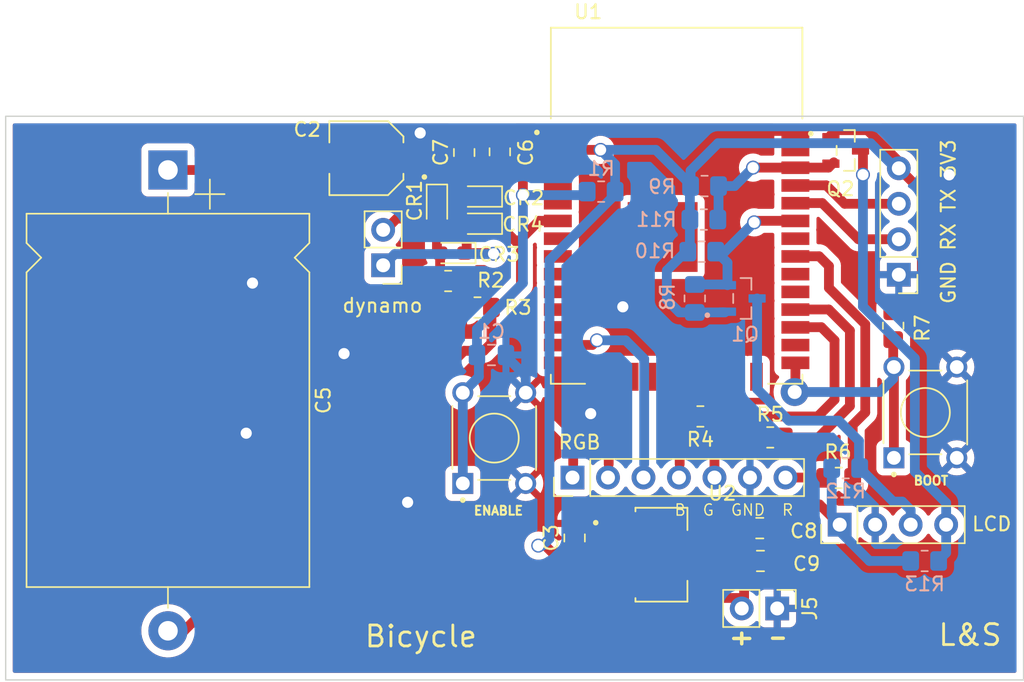
<source format=kicad_pcb>
(kicad_pcb (version 20211014) (generator pcbnew)
  (layers (0 "F.Cu" signal) (31 "B.Cu" signal) (34 "B.Paste" user) (35 "F.Paste" user) (36 "B.SilkS" user "B.Silkscreen") (37 "F.SilkS" user "F.Silkscreen") (38 "B.Mask" user) (39 "F.Mask" user) (44 "Edge.Cuts" user))
  (net 0 "")
  (net 1 "GND")
  (net 2 "Net-(C1-Pad2)")
  (net 3 "Net-(C5-Pad1)")
  (net 4 "Net-(C5-Pad2)")
  (net 5 "Net-(CR1-Pad1)")
  (net 6 "Net-(CR3-Pad1)")
  (net 7 "Net-(J1-Pad2)")
  (net 8 "Net-(J1-Pad3)")
  (net 9 "Net-(J3-Pad3)")
  (net 10 "Net-(J3-Pad4)")
  (net 11 "Net-(Q1-Pad2)")
  (net 33 "+3V3")
  (net 34 "Net-(R7-Pad2)")
  (net 35 "Net-(R4-Pad1)")
  (net 36 "Net-(R5-Pad1)")
  (net 37 "Net-(R6-Pad1)")
  (net 38 "Net-(Q2-Pad2)")
  (net 39 "Net-(C8-Pad2)")
  (net 40 "Net-(U1-Pad14)")
  (net 41 "Net-(U1-Pad16)")
  (net 42 "Net-(U1-Pad13)")
  (net 43 "Net-(R4-Pad2)")
  (net 44 "Net-(R5-Pad2)")
  (net 45 "Net-(R6-Pad2)")
  (footprint "Diode_SMD:D_0603_1608Metric_Pad1.05x0.95mm_HandSolder" (layer "F.Cu") (at 159.059 35.6808 -90)
    (fp_text reference "CR1" (at -0.5 1.6 90) (layer "F.SilkS"))
    (fp_text value "1N4148W-TP")
    (pad "1" smd roundrect (at -0.875 0 270) (size 1.05 0.95) (layers "F.Cu" "F.Paste" "F.Mask") (net 5 "Net-(CR1-Pad1)"))
    (pad "2" smd roundrect (at 0.875 0 270) (size 1.05 0.95) (layers "F.Cu" "F.Paste" "F.Mask") (net 3 "Net-(C5-Pad1)"))
  )
  (footprint "footprints:MODULE_ESP32-WROOM-32(8MB)" (layer "F.Cu") (at 176.209 35.5408)
    (fp_text reference "U1" (at -6.325 -13.885) (layer "F.SilkS"))
    (fp_text value "ESP32-WROOM-32E_(16MB)")
    (pad "1" smd rect locked (at -8.5 -5.26) (size 2 0.9) (layers "F.Cu" "F.Paste" "F.Mask") (net 1 "GND"))
    (pad "2" smd rect locked (at -8.5 -3.99) (size 2 0.9) (layers "F.Cu" "F.Paste" "F.Mask") (net 33 "+3V3"))
    (pad "3" smd rect locked (at -8.5 -2.72) (size 2 0.9) (layers "F.Cu" "F.Paste" "F.Mask") (net 2 "Net-(C1-Pad2)"))
    (pad "4" smd rect locked (at -8.5 -1.45) (size 2 0.9) (layers "F.Cu" "F.Paste" "F.Mask"))
    (pad "5" smd rect locked (at -8.5 -0.18) (size 2 0.9) (layers "F.Cu" "F.Paste" "F.Mask"))
    (pad "6" smd rect locked (at -8.5 1.09) (size 2 0.9) (layers "F.Cu" "F.Paste" "F.Mask") (net 4 "Net-(C5-Pad2)"))
    (pad "7" smd rect locked (at -8.5 2.36) (size 2 0.9) (layers "F.Cu" "F.Paste" "F.Mask"))
    (pad "8" smd rect locked (at -8.5 3.63) (size 2 0.9) (layers "F.Cu" "F.Paste" "F.Mask"))
    (pad "9" smd rect locked (at -8.5 4.9) (size 2 0.9) (layers "F.Cu" "F.Paste" "F.Mask"))
    (pad "10" smd rect locked (at -8.5 6.17) (size 2 0.9) (layers "F.Cu" "F.Paste" "F.Mask"))
    (pad "11" smd rect locked (at -8.5 7.44) (size 2 0.9) (layers "F.Cu" "F.Paste" "F.Mask"))
    (pad "12" smd rect locked (at -8.5 8.71) (size 2 0.9) (layers "F.Cu" "F.Paste" "F.Mask"))
    (pad "13" smd rect locked (at -8.5 9.98) (size 2 0.9) (layers "F.Cu" "F.Paste" "F.Mask") (net 42 "Net-(U1-Pad13)"))
    (pad "14" smd rect locked (at -8.5 11.25) (size 2 0.9) (layers "F.Cu" "F.Paste" "F.Mask") (net 40 "Net-(U1-Pad14)"))
    (pad "15" smd rect locked (at -5.715 12.25) (size 0.9 2) (layers "F.Cu" "F.Paste" "F.Mask") (net 1 "GND"))
    (pad "16" smd rect locked (at -4.445 12.25) (size 0.9 2) (layers "F.Cu" "F.Paste" "F.Mask") (net 41 "Net-(U1-Pad16)"))
    (pad "17" smd rect locked (at -3.175 12.25) (size 0.9 2) (layers "F.Cu" "F.Paste" "F.Mask"))
    (pad "18" smd rect locked (at -1.905 12.25) (size 0.9 2) (layers "F.Cu" "F.Paste" "F.Mask"))
    (pad "19" smd rect locked (at -0.635 12.25) (size 0.9 2) (layers "F.Cu" "F.Paste" "F.Mask"))
    (pad "20" smd rect locked (at 0.635 12.25) (size 0.9 2) (layers "F.Cu" "F.Paste" "F.Mask"))
    (pad "21" smd rect locked (at 1.905 12.25) (size 0.9 2) (layers "F.Cu" "F.Paste" "F.Mask"))
    (pad "22" smd rect locked (at 3.175 12.25) (size 0.9 2) (layers "F.Cu" "F.Paste" "F.Mask"))
    (pad "23" smd rect locked (at 4.445 12.25) (size 0.9 2) (layers "F.Cu" "F.Paste" "F.Mask"))
    (pad "24" smd rect locked (at 5.715 12.25) (size 0.9 2) (layers "F.Cu" "F.Paste" "F.Mask"))
    (pad "25" smd rect locked (at 8.5 11.25) (size 2 0.9) (layers "F.Cu" "F.Paste" "F.Mask") (net 34 "Net-(R7-Pad2)"))
    (pad "26" smd rect locked (at 8.5 9.98) (size 2 0.9) (layers "F.Cu" "F.Paste" "F.Mask"))
    (pad "27" smd rect locked (at 8.5 8.71) (size 2 0.9) (layers "F.Cu" "F.Paste" "F.Mask") (net 35 "Net-(R4-Pad1)"))
    (pad "28" smd rect locked (at 8.5 7.44) (size 2 0.9) (layers "F.Cu" "F.Paste" "F.Mask") (net 36 "Net-(R5-Pad1)"))
    (pad "29" smd rect locked (at 8.5 6.17) (size 2 0.9) (layers "F.Cu" "F.Paste" "F.Mask"))
    (pad "30" smd rect locked (at 8.5 4.9) (size 2 0.9) (layers "F.Cu" "F.Paste" "F.Mask"))
    (pad "31" smd rect locked (at 8.5 3.63) (size 2 0.9) (layers "F.Cu" "F.Paste" "F.Mask") (net 37 "Net-(R6-Pad1)"))
    (pad "32" smd rect locked (at 8.5 2.36) (size 2 0.9) (layers "F.Cu" "F.Paste" "F.Mask"))
    (pad "33" smd rect locked (at 8.5 1.09) (size 2 0.9) (layers "F.Cu" "F.Paste" "F.Mask") (net 11 "Net-(Q1-Pad2)"))
    (pad "34" smd rect locked (at 8.5 -0.18) (size 2 0.9) (layers "F.Cu" "F.Paste" "F.Mask") (net 7 "Net-(J1-Pad2)"))
    (pad "35" smd rect locked (at 8.5 -1.45) (size 2 0.9) (layers "F.Cu" "F.Paste" "F.Mask") (net 8 "Net-(J1-Pad3)"))
    (pad "36" smd rect locked (at 8.5 -2.72) (size 2 0.9) (layers "F.Cu" "F.Paste" "F.Mask") (net 38 "Net-(Q2-Pad2)"))
    (pad "37" smd rect locked (at 8.5 -3.99) (size 2 0.9) (layers "F.Cu" "F.Paste" "F.Mask"))
    (pad "38" smd rect locked (at 8.5 -5.26) (size 2 0.9) (layers "F.Cu" "F.Paste" "F.Mask") (net 1 "GND"))
    (pad "39" smd rect locked (at -1 2.24) (size 5 5) (layers "F.Cu" "F.Mask"))
    (zone (net 0) (net_name "") (layer "F.Cu") (connect_pads (clearance 0)) (min_thickness 0.01)
      (keepout (tracks not_allowed) (vias not_allowed) (pads not_allowed) (copperpour not_allowed) (footprints allowed))
      (fill (thermal_gap 0.508) (thermal_bridge_width 0.508))
      (polygon (pts (xy 167.209 22.7908) (xy 185.209 22.7908) (xy 185.209 29.0908) (xy 167.209 29.0908)))
    )
  )
  (footprint "2N7002:SOT95P240X111-3N" (layer "F.Cu") (at 188.309 31.5808)
    (fp_text reference "Q2" (at -0.375 2.75) (layer "F.SilkS"))
    (fp_text value "2N7002")
    (pad "1" smd roundrect locked (at -1.06 -0.95) (size 1.23 0.6) (layers "F.Cu" "F.Paste" "F.Mask") (roundrect_rratio 0.07) (net 33 "+3V3"))
    (pad "2" smd roundrect locked (at -1.06 0.95) (size 1.23 0.6) (layers "F.Cu" "F.Paste" "F.Mask") (roundrect_rratio 0.07) (net 38 "Net-(Q2-Pad2)"))
    (pad "3" smd roundrect locked (at 1.06 0) (size 1.23 0.6) (layers "F.Cu" "F.Paste" "F.Mask") (roundrect_rratio 0.07) (net 10 "Net-(J3-Pad4)"))
  )
  (footprint "Connector_PinHeader_2.54mm:PinHeader_1x04_P2.54mm_Vertical" (layer "F.Cu") (at 187.879 58.3808 90)
    (fp_text reference "LCD" (at 0.05 10.88 180) (layer "F.SilkS"))
    (fp_text value "282837-4")
    (pad "1" thru_hole rect (at 0 0 90) (size 1.7 1.7) (drill 1) (layers *.Cu *.Mask) (net 39 "Net-(C8-Pad2)"))
    (pad "2" thru_hole oval (at 0 2.54 90) (size 1.7 1.7) (drill 1) (layers *.Cu *.Mask) (net 1 "GND"))
    (pad "3" thru_hole oval (at 0 5.08 90) (size 1.7 1.7) (drill 1) (layers *.Cu *.Mask) (net 9 "Net-(J3-Pad3)"))
    (pad "4" thru_hole oval (at 0 7.62 90) (size 1.7 1.7) (drill 1) (layers *.Cu *.Mask) (net 10 "Net-(J3-Pad4)"))
  )
  (footprint "Capacitor_THT:CP_Axial_L26.5mm_D20.0mm_P33.00mm_Horizontal" (layer "F.Cu") (at 139.809 32.9808 -90)
    (fp_text reference "C5" (at 16.5 -11.12 90) (layer "F.SilkS"))
    (fp_text value "1000µ")
    (pad "1" thru_hole rect (at 0 0 270) (size 2.8 2.8) (drill 1.4) (layers *.Cu *.Mask) (net 3 "Net-(C5-Pad1)"))
    (pad "2" thru_hole oval (at 33 0 270) (size 2.8 2.8) (drill 1.4) (layers *.Cu *.Mask) (net 4 "Net-(C5-Pad2)"))
  )
  (footprint "libraries:SOT229P700X180-4N" (layer "F.Cu") (at 175.123 60.5308)
    (fp_text reference "U2" (at 4.36161 -4.39024) (layer "F.SilkS") (effects (font (size 1.001528 1.001528))))
    (fp_text value "AMS1117")
    (pad "1" smd roundrect locked (at -3.345 -2.29 270) (size 0.93 1.31) (layers "F.Cu" "F.Paste" "F.Mask") (roundrect_rratio 0.1) (net 1 "GND"))
    (pad "2" smd roundrect locked (at -3.345 0 270) (size 0.93 1.31) (layers "F.Cu" "F.Paste" "F.Mask") (roundrect_rratio 0.1) (net 33 "+3V3"))
    (pad "3" smd roundrect locked (at -3.345 2.29 270) (size 0.93 1.31) (layers "F.Cu" "F.Paste" "F.Mask") (roundrect_rratio 0.1) (net 39 "Net-(C8-Pad2)"))
    (pad "4" smd roundrect locked (at 3.345 0 270) (size 3.24 1.31) (layers "F.Cu" "F.Paste" "F.Mask") (roundrect_rratio 0.1) (net 33 "+3V3"))
  )
  (footprint "Resistor_SMD:R_0805_2012Metric_Pad1.20x1.40mm_HandSolder" (layer "F.Cu") (at 187.809 55.0308 180)
    (fp_text reference "R6" (at 0.05 1.85) (layer "F.SilkS"))
    (fp_text value "82")
    (pad "1" smd roundrect (at -1 0 180) (size 1.2 1.4) (layers "F.Cu" "F.Paste" "F.Mask") (roundrect_rratio 0.2083333333) (net 37 "Net-(R6-Pad1)"))
    (pad "2" smd roundrect (at 1 0 180) (size 1.2 1.4) (layers "F.Cu" "F.Paste" "F.Mask") (roundrect_rratio 0.2083333333) (net 45 "Net-(R6-Pad2)"))
  )
  (footprint "Capacitor_SMD:C_0805_2012Metric_Pad1.18x1.45mm_HandSolder" (layer "F.Cu") (at 182.209 60.9808)
    (fp_text reference "C9" (at 3.3 0.2) (layer "F.SilkS"))
    (fp_text value "4.7u")
    (pad "1" smd roundrect (at -1.0375 0) (size 1.175 1.45) (layers "F.Cu" "F.Paste" "F.Mask") (roundrect_rratio 0.2127659574) (net 39 "Net-(C8-Pad2)"))
    (pad "2" smd roundrect (at 1.0375 0) (size 1.175 1.45) (layers "F.Cu" "F.Paste" "F.Mask") (roundrect_rratio 0.2127659574) (net 1 "GND"))
  )
  (footprint "libraries:CAP_EEE0JA101WR" (layer "F.Cu") (at 154.009 32.1308 180)
    (fp_text reference "C2" (at 4.2375 2.05) (layer "F.SilkS"))
    (fp_text value "220u")
    (pad "1" smd rect locked (at -2.15 0 180) (size 2.8 1.6) (layers "F.Cu" "F.Paste" "F.Mask") (net 33 "+3V3"))
    (pad "2" smd rect locked (at 2.15 0 180) (size 2.8 1.6) (layers "F.Cu" "F.Paste" "F.Mask") (net 1 "GND"))
  )
  (footprint "Connector_PinHeader_2.54mm:PinHeader_1x02_P2.54mm_Vertical" (layer "F.Cu") (at 155.209 39.8058 180)
    (fp_text reference "J4")
    (fp_text value "282841-2")
    (pad "1" thru_hole rect (at 0 0 180) (size 1.7 1.7) (drill 1) (layers *.Cu *.Mask) (net 6 "Net-(CR3-Pad1)"))
    (pad "2" thru_hole oval (at 0 2.54 180) (size 1.7 1.7) (drill 1) (layers *.Cu *.Mask) (net 5 "Net-(CR1-Pad1)"))
  )
  (footprint "Diode_SMD:D_0603_1608Metric_Pad1.05x0.95mm_HandSolder" (layer "F.Cu") (at 162.059 36.8308 180)
    (fp_text reference "CR4" (at -3.15 -0.05) (layer "F.SilkS"))
    (fp_text value "1N4148W-TP")
    (pad "1" smd roundrect (at -0.875 0 180) (size 1.05 0.95) (layers "F.Cu" "F.Paste" "F.Mask") (net 4 "Net-(C5-Pad2)"))
    (pad "2" smd roundrect (at 0.875 0 180) (size 1.05 0.95) (layers "F.Cu" "F.Paste" "F.Mask") (net 6 "Net-(CR3-Pad1)"))
  )
  (footprint "Capacitor_SMD:C_0805_2012Metric_Pad1.18x1.45mm_HandSolder" (layer "F.Cu") (at 168.909 59.3308 90)
    (fp_text reference "C3" (at 0 -1.68 90) (layer "F.SilkS"))
    (fp_text value "22u")
    (pad "1" smd roundrect (at -1.0375 0 90) (size 1.175 1.45) (layers "F.Cu" "F.Paste" "F.Mask") (roundrect_rratio 0.2127659574) (net 33 "+3V3"))
    (pad "2" smd roundrect (at 1.0375 0 90) (size 1.175 1.45) (layers "F.Cu" "F.Paste" "F.Mask") (roundrect_rratio 0.2127659574) (net 1 "GND"))
  )
  (footprint "Connector_PinHeader_2.54mm:PinHeader_1x02_P2.54mm_Vertical" (layer "F.Cu") (at 183.409 64.3808 -90)
    (fp_text reference "J5" (at 0 -2.33 90) (layer "F.SilkS"))
    (fp_text value "282841-2")
    (pad "1" thru_hole rect (at 0 0 270) (size 1.7 1.7) (drill 1) (layers *.Cu *.Mask) (net 1 "GND"))
    (pad "2" thru_hole oval (at 0 2.54 270) (size 1.7 1.7) (drill 1) (layers *.Cu *.Mask) (net 39 "Net-(C8-Pad2)"))
  )
  (footprint "Capacitor_SMD:C_0805_2012Metric_Pad1.18x1.45mm_HandSolder" (layer "F.Cu") (at 161.009 31.7308 90)
    (fp_text reference "C7" (at 0 -1.68 90) (layer "F.SilkS"))
    (fp_text value "4.7u")
    (pad "1" smd roundrect (at -1.0375 0 90) (size 1.175 1.45) (layers "F.Cu" "F.Paste" "F.Mask") (roundrect_rratio 0.2127659574) (net 33 "+3V3"))
    (pad "2" smd roundrect (at 1.0375 0 90) (size 1.175 1.45) (layers "F.Cu" "F.Paste" "F.Mask") (roundrect_rratio 0.2127659574) (net 1 "GND"))
  )
  (footprint "Capacitor_SMD:C_0805_2012Metric_Pad1.18x1.45mm_HandSolder" (layer "F.Cu") (at 182.159 58.6308 180)
    (fp_text reference "C8" (at -3.15 -0.2) (layer "F.SilkS"))
    (fp_text value "0.1u")
    (pad "1" smd roundrect (at -1.0375 0 180) (size 1.175 1.45) (layers "F.Cu" "F.Paste" "F.Mask") (roundrect_rratio 0.2127659574) (net 1 "GND"))
    (pad "2" smd roundrect (at 1.0375 0 180) (size 1.175 1.45) (layers "F.Cu" "F.Paste" "F.Mask") (roundrect_rratio 0.2127659574) (net 39 "Net-(C8-Pad2)"))
  )
  (footprint "Resistor_SMD:R_0805_2012Metric_Pad1.20x1.40mm_HandSolder" (layer "F.Cu") (at 191.709 44.1308 -90)
    (fp_text reference "R7" (at 0.1778 -2.0818 90) (layer "F.SilkS"))
    (fp_text value "10k")
    (pad "1" smd roundrect (at -1 0 270) (size 1.2 1.4) (layers "F.Cu" "F.Paste" "F.Mask") (roundrect_rratio 0.2083333333) (net 33 "+3V3"))
    (pad "2" smd roundrect (at 1 0 270) (size 1.2 1.4) (layers "F.Cu" "F.Paste" "F.Mask") (roundrect_rratio 0.2083333333) (net 34 "Net-(R7-Pad2)"))
  )
  (footprint "Resistor_SMD:R_0805_2012Metric_Pad1.20x1.40mm_HandSolder" (layer "F.Cu") (at 182.909 52.1308 180)
    (fp_text reference "R5" (at 0 1.65) (layer "F.SilkS"))
    (fp_text value "82")
    (pad "1" smd roundrect (at -1 0 180) (size 1.2 1.4) (layers "F.Cu" "F.Paste" "F.Mask") (roundrect_rratio 0.2083333333) (net 36 "Net-(R5-Pad1)"))
    (pad "2" smd roundrect (at 1 0 180) (size 1.2 1.4) (layers "F.Cu" "F.Paste" "F.Mask") (roundrect_rratio 0.2083333333) (net 44 "Net-(R5-Pad2)"))
  )
  (footprint "Resistor_SMD:R_0805_2012Metric_Pad1.20x1.40mm_HandSolder" (layer "F.Cu") (at 161.959 42.8308)
    (fp_text reference "R3" (at 2.9 0) (layer "F.SilkS"))
    (fp_text value "120")
    (pad "1" smd roundrect (at -1 0) (size 1.2 1.4) (layers "F.Cu" "F.Paste" "F.Mask") (roundrect_rratio 0.2083333333) (net 1 "GND"))
    (pad "2" smd roundrect (at 1 0) (size 1.2 1.4) (layers "F.Cu" "F.Paste" "F.Mask") (roundrect_rratio 0.2083333333) (net 4 "Net-(C5-Pad2)"))
  )
  (footprint "Diode_SMD:D_0603_1608Metric_Pad1.05x0.95mm_HandSolder" (layer "F.Cu") (at 160.159 38.9308 180)
    (fp_text reference "CR3" (at -3.35 -0.1) (layer "F.SilkS"))
    (fp_text value "1N4148W-TP")
    (pad "1" smd roundrect (at -0.875 0 180) (size 1.05 0.95) (layers "F.Cu" "F.Paste" "F.Mask") (net 6 "Net-(CR3-Pad1)"))
    (pad "2" smd roundrect (at 0.875 0 180) (size 1.05 0.95) (layers "F.Cu" "F.Paste" "F.Mask") (net 3 "Net-(C5-Pad1)"))
  )
  (footprint "libraries:SW_1825910-6-4" (layer "F.Cu") (at 194.009 50.3458 90)
    (fp_text reference "SW2")
    (fp_text value "BOOT" (at -4.885 0.4) (layer "F.SilkS") (effects (font (size 0.629966 0.629966))))
    (pad "1" thru_hole rect locked (at -3.25 -2.25 90) (size 1.498 1.498) (drill 0.99) (layers *.Cu *.Mask) (net 34 "Net-(R7-Pad2)"))
    (pad "2" thru_hole circle locked (at 3.25 -2.25 90) (size 1.498 1.498) (drill 0.99) (layers *.Cu *.Mask) (net 34 "Net-(R7-Pad2)"))
    (pad "3" thru_hole circle locked (at -3.25 2.25 90) (size 1.498 1.498) (drill 0.99) (layers *.Cu *.Mask) (net 1 "GND"))
    (pad "4" thru_hole circle locked (at 3.25 2.25 90) (size 1.498 1.498) (drill 0.99) (layers *.Cu *.Mask) (net 1 "GND"))
  )
  (footprint "Resistor_SMD:R_0805_2012Metric_Pad1.20x1.40mm_HandSolder" (layer "F.Cu") (at 177.909 50.6308 180)
    (fp_text reference "R4" (at 0 -1.65) (layer "F.SilkS"))
    (fp_text value "82")
    (pad "1" smd roundrect (at -1 0 180) (size 1.2 1.4) (layers "F.Cu" "F.Paste" "F.Mask") (roundrect_rratio 0.2083333333) (net 35 "Net-(R4-Pad1)"))
    (pad "2" smd roundrect (at 1 0 180) (size 1.2 1.4) (layers "F.Cu" "F.Paste" "F.Mask") (roundrect_rratio 0.2083333333) (net 43 "Net-(R4-Pad2)"))
  )
  (footprint "Resistor_SMD:R_0805_2012Metric_Pad1.20x1.40mm_HandSolder" (layer "F.Cu") (at 159.859 40.9308)
    (fp_text reference "R2" (at 3.05 -0.05) (layer "F.SilkS"))
    (fp_text value "560")
    (pad "1" smd roundrect (at -1 0) (size 1.2 1.4) (layers "F.Cu" "F.Paste" "F.Mask") (roundrect_rratio 0.2083333333) (net 3 "Net-(C5-Pad1)"))
    (pad "2" smd roundrect (at 1 0) (size 1.2 1.4) (layers "F.Cu" "F.Paste" "F.Mask") (roundrect_rratio 0.2083333333) (net 1 "GND"))
  )
  (footprint "Diode_SMD:D_0603_1608Metric_Pad1.05x0.95mm_HandSolder" (layer "F.Cu") (at 162.059 34.8808 180)
    (fp_text reference "CR2" (at -3.2 -0.1) (layer "F.SilkS"))
    (fp_text value "1N4148W-TP")
    (pad "1" smd roundrect (at -0.875 0 180) (size 1.05 0.95) (layers "F.Cu" "F.Paste" "F.Mask") (net 4 "Net-(C5-Pad2)"))
    (pad "2" smd roundrect (at 0.875 0 180) (size 1.05 0.95) (layers "F.Cu" "F.Paste" "F.Mask") (net 5 "Net-(CR1-Pad1)"))
  )
  (footprint "Capacitor_SMD:C_0805_2012Metric_Pad1.18x1.45mm_HandSolder" (layer "F.Cu") (at 163.559 31.6808 90)
    (fp_text reference "C6" (at -0.05 1.85 90) (layer "F.SilkS"))
    (fp_text value "0.1u")
    (pad "1" smd roundrect (at -1.0375 0 90) (size 1.175 1.45) (layers "F.Cu" "F.Paste" "F.Mask") (roundrect_rratio 0.2127659574) (net 33 "+3V3"))
    (pad "2" smd roundrect (at 1.0375 0 90) (size 1.175 1.45) (layers "F.Cu" "F.Paste" "F.Mask") (roundrect_rratio 0.2127659574) (net 1 "GND"))
  )
  (footprint "Connector_PinHeader_2.54mm:PinHeader_1x04_P2.54mm_Vertical" (layer "F.Cu") (at 192.109 40.4808 180)
    (fp_text reference "J1")
    (fp_text value "Conn_01x04_Female")
    (pad "1" thru_hole rect (at 0 0 180) (size 1.7 1.7) (drill 1) (layers *.Cu *.Mask) (net 1 "GND"))
    (pad "2" thru_hole oval (at 0 2.54 180) (size 1.7 1.7) (drill 1) (layers *.Cu *.Mask) (net 7 "Net-(J1-Pad2)"))
    (pad "3" thru_hole oval (at 0 5.08 180) (size 1.7 1.7) (drill 1) (layers *.Cu *.Mask) (net 8 "Net-(J1-Pad3)"))
    (pad "4" thru_hole oval (at 0 7.62 180) (size 1.7 1.7) (drill 1) (layers *.Cu *.Mask) (net 33 "+3V3"))
  )
  (footprint "libraries:SW_1825910-6-4" (layer "F.Cu") (at 163.159 52.1808 90)
    (fp_text reference "SW1")
    (fp_text value "ENABLE" (at -5.2 0.3 180) (layer "F.SilkS") (effects (font (size 0.629966 0.629966))))
    (pad "1" thru_hole rect locked (at -3.25 -2.25 90) (size 1.498 1.498) (drill 0.99) (layers *.Cu *.Mask) (net 2 "Net-(C1-Pad2)"))
    (pad "2" thru_hole circle locked (at 3.25 -2.25 90) (size 1.498 1.498) (drill 0.99) (layers *.Cu *.Mask) (net 2 "Net-(C1-Pad2)"))
    (pad "3" thru_hole circle locked (at -3.25 2.25 90) (size 1.498 1.498) (drill 0.99) (layers *.Cu *.Mask) (net 1 "GND"))
    (pad "4" thru_hole circle locked (at 3.25 2.25 90) (size 1.498 1.498) (drill 0.99) (layers *.Cu *.Mask) (net 1 "GND"))
  )
  (footprint "Connector_PinHeader_2.54mm:PinHeader_1x07_P2.54mm_Vertical" (layer "F.Cu") (at 168.759 55.0058 90)
    (fp_text reference "RGB" (at 2.525 0.5 180) (layer "F.SilkS"))
    (fp_text value "Conn_01x07_Male")
    (pad "1" thru_hole rect (at 0 0 90) (size 1.7 1.7) (drill 1) (layers *.Cu *.Mask) (net 40 "Net-(U1-Pad14)"))
    (pad "2" thru_hole oval (at 0 2.54 90) (size 1.7 1.7) (drill 1) (layers *.Cu *.Mask) (net 41 "Net-(U1-Pad16)"))
    (pad "3" thru_hole oval (at 0 5.08 90) (size 1.7 1.7) (drill 1) (layers *.Cu *.Mask) (net 42 "Net-(U1-Pad13)"))
    (pad "4" thru_hole oval (at 0 7.62 90) (size 1.7 1.7) (drill 1) (layers *.Cu *.Mask) (net 43 "Net-(R4-Pad2)"))
    (pad "5" thru_hole oval (at 0 10.16 90) (size 1.7 1.7) (drill 1) (layers *.Cu *.Mask) (net 44 "Net-(R5-Pad2)"))
    (pad "6" thru_hole oval (at 0 12.7 90) (size 1.7 1.7) (drill 1) (layers *.Cu *.Mask) (net 1 "GND"))
    (pad "7" thru_hole oval (at 0 15.24 90) (size 1.7 1.7) (drill 1) (layers *.Cu *.Mask) (net 45 "Net-(R6-Pad2)"))
  )
  (footprint "Resistor_SMD:R_0805_2012Metric_Pad1.20x1.40mm_HandSolder" (layer "B.Cu") (at 177.509 42.1808 90)
    (fp_text reference "R8" (at 0.1 -1.95 90) (layer "B.SilkS") (effects (justify mirror)))
    (fp_text value "10k")
    (pad "1" smd roundrect (at -1 0 90) (size 1.2 1.4) (layers "B.Cu" "B.Paste" "B.Mask") (roundrect_rratio 0.2083333333) (net 33 "+3V3"))
    (pad "2" smd roundrect (at 1 0 90) (size 1.2 1.4) (layers "B.Cu" "B.Paste" "B.Mask") (roundrect_rratio 0.2083333333) (net 11 "Net-(Q1-Pad2)"))
  )
  (footprint "Resistor_SMD:R_0805_2012Metric_Pad1.20x1.40mm_HandSolder" (layer "B.Cu") (at 178.209 34.1308)
    (fp_text reference "R9" (at -3.05 0.05) (layer "B.SilkS") (effects (justify mirror)))
    (fp_text value "10k")
    (pad "1" smd roundrect (at -1 0) (size 1.2 1.4) (layers "B.Cu" "B.Paste" "B.Mask") (roundrect_rratio 0.2083333333) (net 33 "+3V3"))
    (pad "2" smd roundrect (at 1 0) (size 1.2 1.4) (layers "B.Cu" "B.Paste" "B.Mask") (roundrect_rratio 0.2083333333) (net 38 "Net-(Q2-Pad2)"))
  )
  (footprint "Resistor_SMD:R_0805_2012Metric_Pad1.20x1.40mm_HandSolder" (layer "B.Cu") (at 188.309 54.3308)
    (fp_text reference "R12" (at 0 1.65) (layer "B.SilkS") (effects (justify mirror)))
    (fp_text value "10k")
    (pad "1" smd roundrect (at -1 0) (size 1.2 1.4) (layers "B.Cu" "B.Paste" "B.Mask") (roundrect_rratio 0.2083333333) (net 39 "Net-(C8-Pad2)"))
    (pad "2" smd roundrect (at 1 0) (size 1.2 1.4) (layers "B.Cu" "B.Paste" "B.Mask") (roundrect_rratio 0.2083333333) (net 9 "Net-(J3-Pad3)"))
  )
  (footprint "Capacitor_SMD:C_0805_2012Metric_Pad1.18x1.45mm_HandSolder" (layer "B.Cu") (at 162.959 46.2308 180)
    (fp_text reference "C1" (at 0 1.68) (layer "B.SilkS") (effects (justify mirror)))
    (fp_text value "1u")
    (pad "1" smd roundrect (at -1.0375 0 180) (size 1.175 1.45) (layers "B.Cu" "B.Paste" "B.Mask") (roundrect_rratio 0.2127659574) (net 1 "GND"))
    (pad "2" smd roundrect (at 1.0375 0 180) (size 1.175 1.45) (layers "B.Cu" "B.Paste" "B.Mask") (roundrect_rratio 0.2127659574) (net 2 "Net-(C1-Pad2)"))
  )
  (footprint "Resistor_SMD:R_0805_2012Metric_Pad1.20x1.40mm_HandSolder" (layer "B.Cu") (at 178.009 38.8308)
    (fp_text reference "R10" (at -3.35 -0.05) (layer "B.SilkS") (effects (justify mirror)))
    (fp_text value "10k")
    (pad "1" smd roundrect (at -1 0) (size 1.2 1.4) (layers "B.Cu" "B.Paste" "B.Mask") (roundrect_rratio 0.2083333333) (net 33 "+3V3"))
    (pad "2" smd roundrect (at 1 0) (size 1.2 1.4) (layers "B.Cu" "B.Paste" "B.Mask") (roundrect_rratio 0.2083333333) (net 11 "Net-(Q1-Pad2)"))
  )
  (footprint "Resistor_SMD:R_0805_2012Metric_Pad1.20x1.40mm_HandSolder" (layer "B.Cu") (at 170.809 34.5308 180)
    (fp_text reference "R1" (at 0 1.65) (layer "B.SilkS") (effects (justify mirror)))
    (fp_text value "10k")
    (pad "1" smd roundrect (at -1 0 180) (size 1.2 1.4) (layers "B.Cu" "B.Paste" "B.Mask") (roundrect_rratio 0.2083333333) (net 33 "+3V3"))
    (pad "2" smd roundrect (at 1 0 180) (size 1.2 1.4) (layers "B.Cu" "B.Paste" "B.Mask") (roundrect_rratio 0.2083333333) (net 2 "Net-(C1-Pad2)"))
  )
  (footprint "2N7002:SOT95P240X111-3N" (layer "B.Cu") (at 180.909 42.1808)
    (fp_text reference "Q1" (at 0.2 2.5682) (layer "B.SilkS") (effects (justify mirror)))
    (fp_text value "2N7002")
    (pad "1" smd roundrect locked (at -1.06 0.95) (size 1.23 0.6) (layers "B.Cu" "B.Paste" "B.Mask") (roundrect_rratio 0.07) (net 33 "+3V3"))
    (pad "2" smd roundrect locked (at -1.06 -0.95) (size 1.23 0.6) (layers "B.Cu" "B.Paste" "B.Mask") (roundrect_rratio 0.07) (net 11 "Net-(Q1-Pad2)"))
    (pad "3" smd roundrect locked (at 1.06 0) (size 1.23 0.6) (layers "B.Cu" "B.Paste" "B.Mask") (roundrect_rratio 0.07) (net 9 "Net-(J3-Pad3)"))
  )
  (footprint "Resistor_SMD:R_0805_2012Metric_Pad1.20x1.40mm_HandSolder" (layer "B.Cu") (at 193.959 60.9808)
    (fp_text reference "R13" (at 0 1.65) (layer "B.SilkS") (effects (justify mirror)))
    (fp_text value "10k")
    (pad "1" smd roundrect (at -1 0) (size 1.2 1.4) (layers "B.Cu" "B.Paste" "B.Mask") (roundrect_rratio 0.2083333333) (net 39 "Net-(C8-Pad2)"))
    (pad "2" smd roundrect (at 1 0) (size 1.2 1.4) (layers "B.Cu" "B.Paste" "B.Mask") (roundrect_rratio 0.2083333333) (net 10 "Net-(J3-Pad4)"))
  )
  (footprint "Resistor_SMD:R_0805_2012Metric_Pad1.20x1.40mm_HandSolder" (layer "B.Cu") (at 178.159 36.5308)
    (fp_text reference "R11" (at -3.4 0) (layer "B.SilkS") (effects (justify mirror)))
    (fp_text value "10k")
    (pad "1" smd roundrect (at -1 0) (size 1.2 1.4) (layers "B.Cu" "B.Paste" "B.Mask") (roundrect_rratio 0.2083333333) (net 33 "+3V3"))
    (pad "2" smd roundrect (at 1 0) (size 1.2 1.4) (layers "B.Cu" "B.Paste" "B.Mask") (roundrect_rratio 0.2083333333) (net 38 "Net-(Q2-Pad2)"))
  )
  (gr_rect (start 128.196 29.1338) (end 201.041 69.5012) (layer "Edge.Cuts") (width 0.1) (fill none))
  (gr_text "dynamo" (at 155.159 42.6808) (layer "F.SilkS") (effects (font (size 1 1))))
  (gr_text "Bicycle\n" (at 157.909 66.3808) (layer "F.SilkS") (effects (font (size 1.5 1.5) (thickness 0.2))))
  (gr_text "L&S" (at 197.209 66.2808) (layer "F.SilkS") (effects (font (size 1.5 1.5) (thickness 0.2))))
  (gr_text "GND RX TX 3V3" (at 195.659 36.6808 90) (layer "F.SilkS") (effects (font (size 1 1))))
  (gr_text "B  G  GND  R" (at 180.309 57.3308) (layer "F.SilkS") (effects (font (size 0.8 0.8) (thickness 0.1))))
  (gr_text "-\n" (at 183.459 66.5808 180) (layer "F.SilkS") (effects (font (size 1 1) (thickness 0.25))))
  (gr_text "+" (at 180.759 66.5308 90) (layer "F.SilkS") (effects (font (size 1.5 1) (thickness 0.25))))
  (segment (start 161.009 30.6933) (end 163.3965 30.6933) (width 0.7) (layer "F.Cu") (net 1))
  (segment (start 163.3965 30.6933) (end 163.559 30.5308) (width 0.7) (layer "F.Cu") (net 1))
  (via (at 170.059 50.4308) (size 1) (drill 0.8) (layers "F.Cu" "B.Cu") (net 1))
  (via (at 145.409 51.8308) (size 1) (drill 0.8) (layers "F.Cu" "B.Cu") (net 1))
  (via (at 145.859 41.0808) (size 1) (drill 0.8) (layers "F.Cu" "B.Cu") (net 1))
  (via (at 172.359 42.7808) (size 1) (drill 0.8) (layers "F.Cu" "B.Cu") (net 1))
  (via (at 152.409 46.1308) (size 1) (drill 0.8) (layers "F.Cu" "B.Cu") (net 1))
  (via (at 156.959 56.7808) (size 1) (drill 0.8) (layers "F.Cu" "B.Cu") (net 1))
  (via (at 195.709 33.3308) (size 1) (drill 0.8) (layers "F.Cu" "B.Cu") (net 1))
  (via (at 157.859 30.3308) (size 1) (drill 0.8) (layers "F.Cu" "B.Cu") (net 1))
  (segment (start 165.409 47.7308) (end 163.909 46.2308) (width 0.7) (layer "B.Cu") (net 1))
  (segment (start 165.409 48.9308) (end 165.409 47.7308) (width 0.7) (layer "B.Cu") (net 1))
  (segment (start 165.209 33.6108) (end 165.209 34.7808) (width 0.7) (layer "F.Cu") (net 2))
  (segment (start 167.709 32.8108) (end 166.009 32.8108) (width 0.7) (layer "F.Cu") (net 2))
  (segment (start 166.009 32.8108) (end 165.209 33.6108) (width 0.7) (layer "F.Cu") (net 2))
  (via (at 165.209 34.7808) (size 1) (drill 0.8) (layers "F.Cu" "B.Cu") (net 2))
  (segment (start 162.059 47.7808) (end 162.059 46.4808) (width 0.7) (layer "B.Cu") (net 2))
  (segment (start 161.9215 46.2308) (end 161.9215 44.3683) (width 0.7) (layer "B.Cu") (net 2))
  (segment (start 162.059 46.4808) (end 161.959 46.3808) (width 0.7) (layer "B.Cu") (net 2))
  (segment (start 160.909 48.9308) (end 162.059 47.7808) (width 0.7) (layer "B.Cu") (net 2))
  (segment (start 165.209 41.0808) (end 165.209 34.7808) (width 0.7) (layer "B.Cu") (net 2))
  (segment (start 169.559 34.7808) (end 169.959 34.3808) (width 0.7) (layer "B.Cu") (net 2))
  (segment (start 160.909 48.9308) (end 160.909 55.3808) (width 0.7) (layer "B.Cu") (net 2))
  (segment (start 160.909 55.3808) (end 160.759 55.5308) (width 0.7) (layer "B.Cu") (net 2))
  (segment (start 165.209 34.7808) (end 169.559 34.7808) (width 0.7) (layer "B.Cu") (net 2))
  (segment (start 161.9215 44.3683) (end 165.209 41.0808) (width 0.7) (layer "B.Cu") (net 2))
  (segment (start 152.409 38.6808) (end 152.409 42.0308) (width 0.7) (layer "F.Cu") (net 3))
  (segment (start 159.284 40.4558) (end 158.959 40.7808) (width 0.7) (layer "F.Cu") (net 3))
  (segment (start 139.809 32.9808) (end 146.709 32.9808) (width 0.7) (layer "F.Cu") (net 3))
  (segment (start 153.109 42.7308) (end 157.109 42.7308) (width 0.7) (layer "F.Cu") (net 3))
  (segment (start 159.059 38.7308) (end 159.259 38.9308) (width 0.7) (layer "F.Cu") (net 3))
  (segment (start 158.859 40.9808) (end 158.859 40.9308) (width 0.7) (layer "F.Cu") (net 3))
  (segment (start 146.709 32.9808) (end 152.409 38.6808) (width 0.7) (layer "F.Cu") (net 3))
  (segment (start 159.059 36.5558) (end 159.059 38.7308) (width 0.7) (layer "F.Cu") (net 3))
  (segment (start 157.109 42.7308) (end 158.859 40.9808) (width 0.7) (layer "F.Cu") (net 3))
  (segment (start 152.409 42.0308) (end 153.109 42.7308) (width 0.7) (layer "F.Cu") (net 3))
  (segment (start 159.284 38.9308) (end 159.284 40.4558) (width 0.7) (layer "F.Cu") (net 3))
  (segment (start 166.369 36.6208) (end 164.796091 38.193709) (width 0.7) (layer "F.Cu") (net 4))
  (segment (start 162.959 42.8308) (end 163.459 42.8308) (width 0.7) (layer "F.Cu") (net 4))
  (segment (start 162.959 42.8308) (end 162.959 45.3808) (width 0.7) (layer "F.Cu") (net 4))
  (segment (start 139.809 65.9808) (end 140.959 65.9808) (width 0.7) (layer "F.Cu") (net 4))
  (segment (start 162.934 34.8808) (end 162.934 36.5558) (width 0.7) (layer "F.Cu") (net 4))
  (segment (start 162.934 36.8308) (end 163.073511 36.691289) (width 0.7) (layer "F.Cu") (net 4))
  (segment (start 162.959 45.3808) (end 162.409 45.9308) (width 0.7) (layer "F.Cu") (net 4))
  (segment (start 140.959 65.9808) (end 161.009 45.9308) (width 0.7) (layer "F.Cu") (net 4))
  (segment (start 161.009 45.9308) (end 162.409 45.9308) (width 0.7) (layer "F.Cu") (net 4))
  (segment (start 167.709 36.6208) (end 166.369 36.6208) (width 0.7) (layer "F.Cu") (net 4))
  (segment (start 162.934 36.8308) (end 163.433183 36.8308) (width 0.7) (layer "F.Cu") (net 4))
  (segment (start 163.433183 36.8308) (end 165.069489 38.467106) (width 0.7) (layer "F.Cu") (net 4))
  (segment (start 163.459 42.8308) (end 165.069489 41.220311) (width 0.7) (layer "F.Cu") (net 4))
  (segment (start 165.069489 38.467106) (end 165.069489 41.220311) (width 0.7) (layer "F.Cu") (net 4))
  (segment (start 162.934 36.5558) (end 163.059 36.6808) (width 0.7) (layer "F.Cu") (net 4))
  (segment (start 156.409 35.9308) (end 156.409 36.2308) (width 0.7) (layer "F.Cu") (net 5))
  (segment (start 156.409 35.3308) (end 156.409 35.9308) (width 0.7) (layer "F.Cu") (net 5))
  (segment (start 155.409 37.2308) (end 155.309 37.2308) (width 0.7) (layer "F.Cu") (net 5))
  (segment (start 159.059 34.8058) (end 156.934 34.8058) (width 0.7) (layer "F.Cu") (net 5))
  (segment (start 156.934 34.8058) (end 156.409 35.3308) (width 0.7) (layer "F.Cu") (net 5))
  (segment (start 161.184 34.8808) (end 159.209 34.8808) (width 0.7) (layer "F.Cu") (net 5))
  (segment (start 159.209 34.8808) (end 159.009 34.6808) (width 0.7) (layer "F.Cu") (net 5))
  (segment (start 156.409 36.2308) (end 155.409 37.2308) (width 0.7) (layer "F.Cu") (net 5))
  (segment (start 156.409 35.9308) (end 156.409 36.4608) (width 0.7) (layer "F.Cu") (net 5))
  (segment (start 163.059 38.9308) (end 163.109 38.9808) (width 0.7) (layer "F.Cu") (net 6))
  (segment (start 161.034 38.9308) (end 163.059 38.9308) (width 0.7) (layer "F.Cu") (net 6))
  (segment (start 161.184 36.8308) (end 161.184 38.6558) (width 0.7) (layer "F.Cu") (net 6))
  (segment (start 161.184 38.6558) (end 161.109 38.7308) (width 0.7) (layer "F.Cu") (net 6))
  (via (at 163.109 38.9808) (size 1) (drill 0.8) (layers "F.Cu" "B.Cu") (net 6))
  (segment (start 156.039 39.0008) (end 155.309 39.7308) (width 0.7) (layer "B.Cu") (net 6))
  (segment (start 163.089 39.0008) (end 156.039 39.0008) (width 0.7) (layer "B.Cu") (net 6))
  (segment (start 163.109 38.9808) (end 163.089 39.0008) (width 0.7) (layer "B.Cu") (net 6))
  (segment (start 192.109 37.9408) (end 189.219 37.9408) (width 0.7) (layer "F.Cu") (net 7))
  (segment (start 184.709 35.3508) (end 186.629 35.3508) (width 0.7) (layer "F.Cu") (net 7))
  (segment (start 189.219 37.9408) (end 186.629 35.3508) (width 0.7) (layer "F.Cu") (net 7))
  (segment (start 192.189 35.4008) (end 192.259 35.3308) (width 0.7) (layer "F.Cu") (net 8))
  (segment (start 184.709 34.0808) (end 186.913956 34.0808) (width 0.7) (layer "F.Cu") (net 8))
  (segment (start 186.913956 34.0808) (end 188.233956 35.4008) (width 0.7) (layer "F.Cu") (net 8))
  (segment (start 188.233956 35.4008) (end 192.189 35.4008) (width 0.7) (layer "F.Cu") (net 8))
  (segment (start 181.969 42.1808) (end 181.969 48.665483) (width 0.7) (layer "B.Cu") (net 9))
  (segment (start 189.259 52.3808) (end 189.259 54.2808) (width 0.7) (layer "B.Cu") (net 9))
  (segment (start 192.359 56.7308) (end 192.959 57.3308) (width 0.7) (layer "B.Cu") (net 9))
  (segment (start 191.709 56.7308) (end 192.359 56.7308) (width 0.7) (layer "B.Cu") (net 9))
  (segment (start 184.234317 50.9308) (end 187.809 50.9308) (width 0.7) (layer "B.Cu") (net 9))
  (segment (start 189.309 54.3308) (end 191.709 56.7308) (width 0.7) (layer "B.Cu") (net 9))
  (segment (start 187.809 50.9308) (end 189.259 52.3808) (width 0.7) (layer "B.Cu") (net 9))
  (segment (start 181.969 48.665483) (end 184.234317 50.9308) (width 0.7) (layer "B.Cu") (net 9))
  (segment (start 192.959 57.3308) (end 192.959 58.3808) (width 0.7) (layer "B.Cu") (net 9))
  (segment (start 189.544 31.5808) (end 189.544 33.3158) (width 0.7) (layer "F.Cu") (net 10))
  (via (at 189.544 33.3158) (size 1) (drill 0.8) (layers "F.Cu" "B.Cu") (net 10))
  (segment (start 189.544 42.761584) (end 189.544 33.3158) (width 0.7) (layer "B.Cu") (net 10))
  (segment (start 195.499 58.3808) (end 195.499 60.3908) (width 0.7) (layer "B.Cu") (net 10))
  (segment (start 195.499 56.8208) (end 193.257511 54.579311) (width 0.7) (layer "B.Cu") (net 10))
  (segment (start 193.257511 54.579311) (end 193.257511 46.475095) (width 0.7) (layer "B.Cu") (net 10))
  (segment (start 193.257511 46.475095) (end 189.544 42.761584) (width 0.7) (layer "B.Cu") (net 10))
  (segment (start 195.499 58.3808) (end 195.499 56.8208) (width 0.7) (layer "B.Cu") (net 10))
  (segment (start 195.499 60.3908) (end 194.909 60.9808) (width 0.7) (layer "B.Cu") (net 10))
  (segment (start 181.869 36.6208) (end 181.759 36.7308) (width 0.7) (layer "F.Cu") (net 11))
  (segment (start 184.709 36.6208) (end 181.869 36.6208) (width 0.7) (layer "F.Cu") (net 11))
  (via (at 181.759 36.7308) (size 1) (drill 0.8) (layers "F.Cu" "B.Cu") (net 11))
  (segment (start 179.659 38.8308) (end 181.759 36.7308) (width 0.7) (layer "B.Cu") (net 11))
  (segment (start 179.849 39.6208) (end 179.109 38.8808) (width 0.7) (layer "B.Cu") (net 11))
  (segment (start 179.759 41.1808) (end 179.859 41.0808) (width 0.7) (layer "B.Cu") (net 11))
  (segment (start 179.849 41.2308) (end 179.849 39.6208) (width 0.7) (layer "B.Cu") (net 11))
  (segment (start 179.009 38.8308) (end 179.659 38.8308) (width 0.7) (layer "B.Cu") (net 11))
  (segment (start 177.509 41.1808) (end 179.759 41.1808) (width 0.7) (layer "B.Cu") (net 11))
  (segment (start 189.869378 30.1308) (end 192.109 32.370422) (width 0.7) (layer "F.Cu") (net 33))
  (segment (start 167.709 31.5408) (end 170.769 31.5408) (width 0.7) (layer "F.Cu") (net 33))
  (segment (start 192.109 32.8608) (end 193.759 34.5108) (width 0.7) (layer "F.Cu") (net 33))
  (segment (start 178.468 60.4308) (end 171.209 60.4308) (width 0.7) (layer "F.Cu") (net 33))
  (segment (start 168.909 60.3683) (end 172.0465 60.3683) (width 0.7) (layer "F.Cu") (net 33))
  (segment (start 192.708022 43.1308) (end 192.708511 43.131289) (width 0.7) (layer "F.Cu") (net 33))
  (segment (start 165.049 31.5408) (end 164.059 32.5308) (width 0.7) (layer "F.Cu") (net 33))
  (segment (start 161.009 32.7683) (end 163.5715 32.7683) (width 0.7) (layer "F.Cu") (net 33))
  (segment (start 172.0465 60.3683) (end 172.109 60.4308) (width 0.7) (layer "F.Cu") (net 33))
  (segment (start 191.709 43.1308) (end 192.708022 43.1308) (width 0.7) (layer "F.Cu") (net 33))
  (segment (start 187.249 30.6308) (end 187.249 30.4908) (width 0.7) (layer "F.Cu") (net 33))
  (segment (start 192.708511 43.131289) (end 193.759 42.0808) (width 0.7) (layer "F.Cu") (net 33))
  (segment (start 187.249 30.4908) (end 187.609 30.1308) (width 0.7) (layer "F.Cu") (net 33))
  (segment (start 168.909 60.3683) (end 167.2965 60.3683) (width 0.7) (layer "F.Cu") (net 33))
  (segment (start 192.109 32.370422) (end 192.109 32.8608) (width 0.7) (layer "F.Cu") (net 33))
  (segment (start 161.009 32.7683) (end 158.9965 32.7683) (width 0.7) (layer "F.Cu") (net 33))
  (segment (start 187.609 30.1308) (end 189.869378 30.1308) (width 0.7) (layer "F.Cu") (net 33))
  (segment (start 163.5715 32.7683) (end 163.609 32.7308) (width 0.7) (layer "F.Cu") (net 33))
  (segment (start 167.709 31.5408) (end 165.049 31.5408) (width 0.7) (layer "F.Cu") (net 33))
  (segment (start 158.9965 32.7683) (end 158.659 32.4308) (width 0.7) (layer "F.Cu") (net 33))
  (segment (start 156.2965 32.4308) (end 158.659 32.4308) (width 0.7) (layer "F.Cu") (net 33))
  (segment (start 167.2965 60.3683) (end 166.809 59.8808) (width 0.7) (layer "F.Cu") (net 33))
  (segment (start 166.309 59.8808) (end 166.809 59.8808) (width 0.7) (layer "F.Cu") (net 33))
  (segment (start 193.759 34.5108) (end 193.759 42.0808) (width 0.7) (layer "F.Cu") (net 33))
  (via (at 170.769 31.5408) (size 1) (drill 0.8) (layers "F.Cu" "B.Cu") (net 33))
  (via (at 166.309 59.8808) (size 1) (drill 0.8) (layers "F.Cu" "B.Cu") (net 33))
  (segment (start 174.719 31.5408) (end 177.209 34.0308) (width 0.7) (layer "B.Cu") (net 33))
  (segment (start 179.178511 31.061289) (end 177.209 33.0308) (width 0.7) (layer "B.Cu") (net 33))
  (segment (start 167.109 57.9308) (end 167.109 59.3808) (width 0.7) (layer "B.Cu") (net 33))
  (segment (start 170.769 31.5408) (end 174.719 31.5408) (width 0.7) (layer "B.Cu") (net 33))
  (segment (start 179.509 43.1808) (end 179.659 43.1808) (width 0.7) (layer "B.Cu") (net 33))
  (segment (start 166.609 59.8808) (end 166.309 59.8808) (width 0.7) (layer "B.Cu") (net 33))
  (segment (start 171.809 34.5308) (end 171.809 34.744334) (width 0.7) (layer "B.Cu") (net 33))
  (segment (start 177.509 43.1808) (end 176.409 43.1808) (width 0.7) (layer "B.Cu") (net 33))
  (segment (start 177.209 33.0308) (end 177.209 33.9808) (width 0.7) (layer "B.Cu") (net 33))
  (segment (start 175.509 40.1808) (end 176.909 38.7808) (width 0.7) (layer "B.Cu") (net 33))
  (segment (start 177.159 34.1308) (end 177.209 34.0808) (width 0.7) (layer "B.Cu") (net 33))
  (segment (start 171.809 34.744334) (end 167.109 39.444334) (width 0.7) (layer "B.Cu") (net 33))
  (segment (start 177.509 43.1808) (end 179.509 43.1808) (width 0.7) (layer "B.Cu") (net 33))
  (segment (start 171.809 34.5308) (end 171.809 32.5808) (width 0.7) (layer "B.Cu") (net 33))
  (segment (start 177.159 38.6308) (end 177.059 38.7308) (width 0.7) (layer "B.Cu") (net 33))
  (segment (start 171.809 32.5808) (end 170.769 31.5408) (width 0.7) (layer "B.Cu") (net 33))
  (segment (start 190.089489 31.061289) (end 191.859 32.8308) (width 0.7) (layer "B.Cu") (net 33))
  (segment (start 177.159 36.5308) (end 177.159 34.1308) (width 0.7) (layer "B.Cu") (net 33))
  (segment (start 179.178511 31.061289) (end 190.089489 31.061289) (width 0.7) (layer "B.Cu") (net 33))
  (segment (start 176.409 43.1808) (end 175.509 42.2808) (width 0.7) (layer "B.Cu") (net 33))
  (segment (start 167.109 59.3808) (end 166.609 59.8808) (width 0.7) (layer "B.Cu") (net 33))
  (segment (start 177.159 36.5308) (end 177.159 38.6308) (width 0.7) (layer "B.Cu") (net 33))
  (segment (start 175.509 42.2808) (end 175.509 40.1808) (width 0.7) (layer "B.Cu") (net 33))
  (segment (start 167.109 39.444334) (end 167.109 57.9308) (width 0.7) (layer "B.Cu") (net 33))
  (segment (start 191.959 46.8808) (end 191.909 46.9308) (width 0.7) (layer "F.Cu") (net 34))
  (segment (start 191.709 46.9808) (end 191.809 47.0808) (width 0.7) (layer "F.Cu") (net 34))
  (segment (start 191.709 46.7808) (end 191.859 46.9308) (width 0.7) (layer "F.Cu") (net 34))
  (segment (start 191.909 46.9308) (end 191.909 46.9808) (width 0.7) (layer "F.Cu") (net 34))
  (segment (start 184.709 46.7808) (end 184.709 48.4308) (width 0.7) (layer "F.Cu") (net 34))
  (segment (start 191.709 45.1308) (end 191.709 46.9808) (width 0.7) (layer "F.Cu") (net 34))
  (segment (start 184.709 48.4308) (end 184.709 48.8313) (width 0.7) (layer "F.Cu") (net 34))
  (segment (start 184.709 48.8313) (end 184.659 48.8813) (width 0.7) (layer "F.Cu") (net 34))
  (segment (start 191.759 47.0958) (end 191.759 53.2808) (width 0.7) (layer "F.Cu") (net 34))
  (segment (start 191.759 53.2808) (end 191.609 53.4308) (width 0.7) (layer "F.Cu") (net 34))
  (via (at 184.659 48.8813) (size 2) (drill 1) (layers "F.Cu" "B.Cu") (net 34))
  (segment (start 191.709 47.9308) (end 191.709 47.0808) (width 0.7) (layer "B.Cu") (net 34))
  (segment (start 184.659 48.8813) (end 190.7585 48.8813) (width 0.7) (layer "B.Cu") (net 34))
  (segment (start 190.7585 48.8813) (end 191.709 47.9308) (width 0.7) (layer "B.Cu") (net 34))
  (segment (start 186.309 50.6308) (end 187.509 49.4308) (width 0.7) (layer "F.Cu") (net 35))
  (segment (start 184.709 44.2408) (end 186.569 44.2408) (width 0.7) (layer "F.Cu") (net 35))
  (segment (start 187.509 49.4308) (end 187.509 45.1808) (width 0.7) (layer "F.Cu") (net 35))
  (segment (start 178.909 50.6308) (end 186.309 50.6308) (width 0.7) (layer "F.Cu") (net 35))
  (segment (start 186.569 44.2408) (end 187.509 45.1808) (width 0.7) (layer "F.Cu") (net 35))
  (segment (start 188.609 44.4808) (end 188.609 49.885756) (width 0.7) (layer "F.Cu") (net 36))
  (segment (start 186.363956 52.1308) (end 183.909 52.1308) (width 0.7) (layer "F.Cu") (net 36))
  (segment (start 187.099 42.9708) (end 188.609 44.4808) (width 0.7) (layer "F.Cu") (net 36))
  (segment (start 188.609 49.885756) (end 186.363956 52.1308) (width 0.7) (layer "F.Cu") (net 36))
  (segment (start 184.709 42.9708) (end 187.099 42.9708) (width 0.7) (layer "F.Cu") (net 36))
  (segment (start 188.809 51.2808) (end 188.788956 51.260756) (width 0.7) (layer "F.Cu") (net 37))
  (segment (start 188.809 55.0308) (end 188.809 51.2808) (width 0.7) (layer "F.Cu") (net 37))
  (segment (start 187.109 39.8608) (end 186.409 39.1608) (width 0.7) (layer "F.Cu") (net 37))
  (segment (start 186.409 39.1608) (end 184.709 39.1608) (width 0.7) (layer "F.Cu") (net 37))
  (segment (start 189.70852 50.341192) (end 189.70852 44.025364) (width 0.7) (layer "F.Cu") (net 37))
  (segment (start 187.109 41.425844) (end 187.109 39.8608) (width 0.7) (layer "F.Cu") (net 37))
  (segment (start 189.70852 44.025364) (end 187.109 41.425844) (width 0.7) (layer "F.Cu") (net 37))
  (segment (start 188.788956 51.260756) (end 189.70852 50.341192) (width 0.7) (layer "F.Cu") (net 37))
  (segment (start 184.709 32.8108) (end 181.679 32.8108) (width 0.7) (layer "F.Cu") (net 38))
  (segment (start 184.709 32.8108) (end 187.079 32.8108) (width 0.7) (layer "F.Cu") (net 38))
  (segment (start 187.079 32.8108) (end 187.459 32.4308) (width 0.7) (layer "F.Cu") (net 38))
  (via (at 181.679 32.8108) (size 1) (drill 0.8) (layers "F.Cu" "B.Cu") (net 38))
  (segment (start 179.159 34.5308) (end 179.209 34.4808) (width 0.7) (layer "B.Cu") (net 38))
  (segment (start 180.359 34.1308) (end 181.679 32.8108) (width 0.7) (layer "B.Cu") (net 38))
  (segment (start 179.209 34.1308) (end 179.209 36.5808) (width 0.7) (layer "B.Cu") (net 38))
  (segment (start 179.209 34.1308) (end 180.359 34.1308) (width 0.7) (layer "B.Cu") (net 38))
  (segment (start 180.869 64.3808) (end 180.869 63.8008) (width 0.7) (layer "F.Cu") (net 39))
  (segment (start 187.879 58.3808) (end 186.429 56.9308) (width 0.7) (layer "F.Cu") (net 39))
  (segment (start 181.039 63.6308) (end 175.459 63.6308) (width 0.7) (layer "F.Cu") (net 39))
  (segment (start 181.1215 58.6308) (end 181.1215 57.9183) (width 0.7) (layer "F.Cu") (net 39))
  (segment (start 180.869 63.8008) (end 181.039 63.6308) (width 0.7) (layer "F.Cu") (net 39))
  (segment (start 181.1215 58.6308) (end 181.1215 60.6433) (width 0.7) (layer "F.Cu") (net 39))
  (segment (start 186.429 56.9308) (end 182.109 56.9308) (width 0.7) (layer "F.Cu") (net 39))
  (segment (start 175.459 63.6308) (end 174.549 62.7208) (width 0.7) (layer "F.Cu") (net 39))
  (segment (start 181.039 61.1508) (end 181.039 63.6308) (width 0.7) (layer "F.Cu") (net 39))
  (segment (start 181.259 60.9308) (end 181.039 61.1508) (width 0.7) (layer "F.Cu") (net 39))
  (segment (start 174.549 62.7208) (end 171.778 62.7208) (width 0.7) (layer "F.Cu") (net 39))
  (segment (start 181.1215 57.9183) (end 182.109 56.9308) (width 0.7) (layer "F.Cu") (net 39))
  (segment (start 187.309 54.3308) (end 187.309 57.6808) (width 0.7) (layer "B.Cu") (net 39))
  (segment (start 192.959 60.9808) (end 190.009 60.9808) (width 0.7) (layer "B.Cu") (net 39))
  (segment (start 190.009 60.9808) (end 187.709 58.6808) (width 0.7) (layer "B.Cu") (net 39))
  (segment (start 187.309 57.6808) (end 187.859 58.2308) (width 0.7) (layer "B.Cu") (net 39))
  (segment (start 168.809 51.7808) (end 167.709 50.6808) (width 0.7) (layer "F.Cu") (net 40))
  (segment (start 168.809 54.0558) (end 168.809 51.7808) (width 0.7) (layer "F.Cu") (net 40))
  (segment (start 167.709 50.6808) (end 167.709 46.7808) (width 0.7) (layer "F.Cu") (net 40))
  (segment (start 171.764 50.9758) (end 171.764 47.7808) (width 0.7) (layer "F.Cu") (net 41))
  (segment (start 171.349 54.0558) (end 171.349 51.3908) (width 0.7) (layer "F.Cu") (net 41))
  (segment (start 171.349 51.3908) (end 171.764 50.9758) (width 0.7) (layer "F.Cu") (net 41))
  (segment (start 167.709 45.5108) (end 170.179 45.5108) (width 0.7) (layer "F.Cu") (net 42))
  (segment (start 170.179 45.5108) (end 170.509 45.1808) (width 0.7) (layer "F.Cu") (net 42))
  (via (at 170.509 45.1808) (size 1) (drill 0.8) (layers "F.Cu" "B.Cu") (net 42))
  (segment (start 173.889 46.5108) (end 172.559 45.1808) (width 0.7) (layer "B.Cu") (net 42))
  (segment (start 173.889 54.0558) (end 173.889 46.5108) (width 0.7) (layer "B.Cu") (net 42))
  (segment (start 172.559 45.1808) (end 170.509 45.1808) (width 0.7) (layer "B.Cu") (net 42))
  (segment (start 176.429 54.0558) (end 176.429 51.1108) (width 0.7) (layer "F.Cu") (net 43))
  (segment (start 176.429 51.1108) (end 176.909 50.6308) (width 0.7) (layer "F.Cu") (net 43))
  (segment (start 178.919 53.3208) (end 178.919 55.0058) (width 0.7) (layer "F.Cu") (net 44))
  (segment (start 181.909 52.1308) (end 180.109 52.1308) (width 0.7) (layer "F.Cu") (net 44))
  (segment (start 180.109 52.1308) (end 178.919 53.3208) (width 0.7) (layer "F.Cu") (net 44))
  (segment (start 183.999 55.0058) (end 186.434 55.0058) (width 0.7) (layer "F.Cu") (net 45))
  (segment (start 186.434 55.0058) (end 186.709 54.7308) (width 0.7) (layer "F.Cu") (net 45))
  (zone (net 1) (net_name "GND") (layers F&B.Cu) (connect_pads (clearance 0.508)) (min_thickness 0.254) (fill yes (thermal_gap 0.508) (thermal_bridge_width 0.508))
    (polygon (pts (xy 200.88355 29.427367) (xy 200.931038 69.66077) (xy 127.964199 69.375185) (xy 127.789711 29.141782)))
  )
)
</source>
